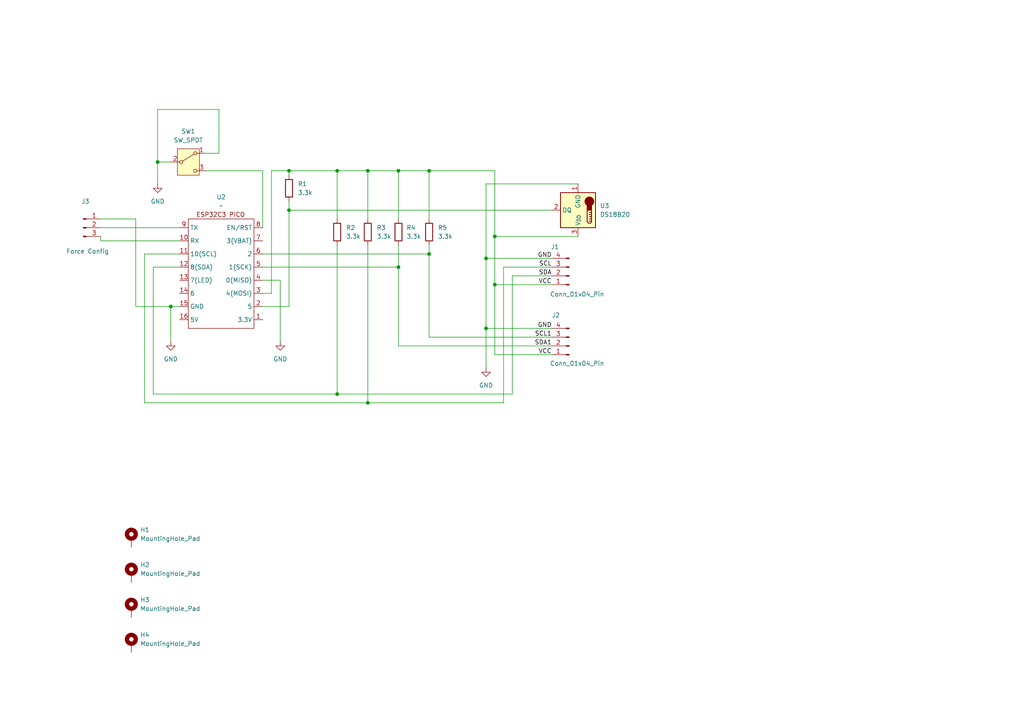
<source format=kicad_sch>
(kicad_sch (version 20250114) (generator "eeschema") (generator_version "9.0")
  (paper "A4")
  (lib_symbols
    (symbol "Connector:Conn_01x03_Pin" (pin_names (offset 1.016) (hide yes))
      (property "Reference" "J" (at 0 5.08 0))
      (property "Value" "Conn_01x03_Pin" (at 0 -5.08 0))
      (symbol "Conn_01x03_Pin_1_1"
        (rectangle (start 0.8636 2.667) (end 0 2.413) (stroke (width 0.1524)) (fill (type outline)))
        (rectangle (start 0.8636 0.127) (end 0 -0.127) (stroke (width 0.1524)) (fill (type outline)))
        (rectangle (start 0.8636 -2.413) (end 0 -2.667) (stroke (width 0.1524)) (fill (type outline)))
        (polyline (pts (xy 1.27 2.54) (xy 0.8636 2.54)) (stroke (width 0.1524)))
        (polyline (pts (xy 1.27 0) (xy 0.8636 0)) (stroke (width 0.1524)))
        (polyline (pts (xy 1.27 -2.54) (xy 0.8636 -2.54)) (stroke (width 0.1524)))
        (pin passive line (at 5.08 2.54 180) (length 3.81) (name "Pin_1") (number "1"))
        (pin passive line (at 5.08 0 180) (length 3.81) (name "Pin_2") (number "2"))
        (pin passive line (at 5.08 -2.54 180) (length 3.81) (name "Pin_3") (number "3"))
      )
    )
    (symbol "Connector:Conn_01x04_Pin" (pin_names (offset 1.016) (hide yes))
      (property "Reference" "J" (at 0 5.08 0))
      (property "Value" "Conn_01x04_Pin" (at 0 -7.62 0))
      (symbol "Conn_01x04_Pin_1_1"
        (rectangle (start 0.8636 2.667) (end 0 2.413) (stroke (width 0.1524)) (fill (type outline)))
        (rectangle (start 0.8636 0.127) (end 0 -0.127) (stroke (width 0.1524)) (fill (type outline)))
        (rectangle (start 0.8636 -2.413) (end 0 -2.667) (stroke (width 0.1524)) (fill (type outline)))
        (rectangle (start 0.8636 -4.953) (end 0 -5.207) (stroke (width 0.1524)) (fill (type outline)))
        (polyline (pts (xy 1.27 2.54) (xy 0.8636 2.54)) (stroke (width 0.1524)))
        (polyline (pts (xy 1.27 0) (xy 0.8636 0)) (stroke (width 0.1524)))
        (polyline (pts (xy 1.27 -2.54) (xy 0.8636 -2.54)) (stroke (width 0.1524)))
        (polyline (pts (xy 1.27 -5.08) (xy 0.8636 -5.08)) (stroke (width 0.1524)))
        (pin passive line (at 5.08 2.54 180) (length 3.81) (name "Pin_1") (number "1"))
        (pin passive line (at 5.08 0 180) (length 3.81) (name "Pin_2") (number "2"))
        (pin passive line (at 5.08 -2.54 180) (length 3.81) (name "Pin_3") (number "3"))
        (pin passive line (at 5.08 -5.08 180) (length 3.81) (name "Pin_4") (number "4"))
      )
    )
    (symbol "Device:R" (pin_numbers (hide yes)) (pin_names (offset 0))
      (property "Reference" "R" (at 2.032 0 90))
      (property "Value" "R" (at 0 0 90))
      (symbol "R_0_1"
        (rectangle (start -1.016 -2.54) (end 1.016 2.54) (stroke (width 0.254)))
      )
      (symbol "R_1_1"
        (pin passive line (at 0 3.81 270) (length 1.27) (name "~") (number "1"))
        (pin passive line (at 0 -3.81 90) (length 1.27) (name "~") (number "2"))
      )
    )
    (symbol "Mechanical:MountingHole_Pad" (pin_numbers (hide yes)) (pin_names (offset 1.016) (hide yes)) (exclude_from_sim yes) (in_bom no)
      (property "Reference" "H" (at 0 6.35 0))
      (property "Value" "MountingHole_Pad" (at 0 4.445 0))
      (symbol "MountingHole_Pad_0_1"
        (circle (center 0 1.27) (radius 1.27) (stroke (width 1.27)))
      )
      (symbol "MountingHole_Pad_1_1"
        (pin input line (at 0 -2.54 90) (length 2.54) (name "1") (number "1"))
      )
    )
    (symbol "Sensor_Temperature:DS18B20"
      (property "Reference" "U" (at -3.81 6.35 0))
      (property "Value" "DS18B20" (at 6.35 6.35 0))
      (symbol "DS18B20_0_1"
        (rectangle (start -5.08 5.08) (end 5.08 -5.08) (stroke (width 0.254)) (fill (type background)))
        (polyline (pts (xy -3.937 3.175) (xy -3.937 0)) (stroke (width 0.254)))
        (polyline (pts (xy -3.937 3.175) (xy -3.302 3.175)) (stroke (width 0.254)))
        (polyline (pts (xy -3.937 2.54) (xy -3.302 2.54)) (stroke (width 0.254)))
        (polyline (pts (xy -3.937 1.905) (xy -3.302 1.905)) (stroke (width 0.254)))
        (polyline (pts (xy -3.937 1.27) (xy -3.302 1.27)) (stroke (width 0.254)))
        (polyline (pts (xy -3.937 0.635) (xy -3.302 0.635)) (stroke (width 0.254)))
        (arc (start -3.937 3.175) (mid -3.302 3.8073) (end -2.667 3.175) (stroke (width 0.254)))
        (circle (center -3.302 -2.54) (radius 1.27) (stroke (width 0.254)) (fill (type outline)))
        (polyline (pts (xy -2.667 3.175) (xy -2.667 0)) (stroke (width 0.254)))
        (rectangle (start -2.667 -1.905) (end -3.937 0) (stroke (width 0.254)) (fill (type outline)))
      )
      (symbol "DS18B20_1_1"
        (pin power_in line (at 0 7.62 270) (length 2.54) (name "V_{DD}") (number "3"))
        (pin power_in line (at 0 -7.62 90) (length 2.54) (name "GND") (number "1"))
        (pin bidirectional line (at 7.62 0 180) (length 2.54) (name "DQ") (number "2"))
      )
    )
    (symbol "Switch:SW_SPDT" (pin_names (offset 0) (hide yes))
      (property "Reference" "SW" (at 0 5.08 0))
      (property "Value" "SW_SPDT" (at 0 -5.08 0))
      (symbol "SW_SPDT_0_1"
        (circle (center -2.032 0) (radius 0.4572))
        (polyline (pts (xy -1.651 0.254) (xy 1.651 2.286)))
        (circle (center 2.032 2.54) (radius 0.4572))
        (circle (center 2.032 -2.54) (radius 0.4572))
      )
      (symbol "SW_SPDT_1_1"
        (rectangle (start -3.175 3.81) (end 3.175 -3.81) (fill (type background)))
        (pin passive line (at -5.08 0 0) (length 2.54) (name "B") (number "2"))
        (pin passive line (at 5.08 2.54 180) (length 2.54) (name "A") (number "1"))
        (pin passive line (at 5.08 -2.54 180) (length 2.54) (name "C") (number "3"))
      )
    )
    (symbol "magnus:lolin-esp32c3-pico"
      (property "Reference" "U1" (at 0.254 21.082 0))
      (property "Value" "~" (at 5.715 20.32 0))
      (symbol "lolin-esp32c3-pico_0_1"
        (rectangle (start -3.81 16.51) (end 15.24 -15.24))
      )
      (symbol "lolin-esp32c3-pico_1_1"
        (text "ESP32C3 PICO" (at 5.588 17.78 0) (effects (font (size 1.27 1.27))))
        (pin bidirectional line (at -6.35 13.97 0) (length 2.54) (name "TX") (number "9"))
        (pin bidirectional line (at -6.35 10.16 0) (length 2.54) (name "RX") (number "10"))
        (pin bidirectional line (at -6.35 6.35 0) (length 2.54) (name "10(SCL)") (number "11"))
        (pin bidirectional line (at -6.35 2.54 0) (length 2.54) (name "8(SDA)") (number "12"))
        (pin bidirectional line (at -6.35 -1.27 0) (length 2.54) (name "7(LED)") (number "13"))
        (pin bidirectional line (at -6.35 -5.08 0) (length 2.54) (name "6") (number "14"))
        (pin power_in line (at -6.35 -8.89 0) (length 2.54) (name "GND") (number "15"))
        (pin power_in line (at -6.35 -12.7 0) (length 2.54) (name "5V") (number "16"))
        (pin bidirectional line (at 17.78 13.97 180) (length 2.54) (name "EN/RST") (number "8"))
        (pin bidirectional line (at 17.78 10.16 180) (length 2.54) (name "3(VBAT)") (number "7"))
        (pin bidirectional line (at 17.78 6.35 180) (length 2.54) (name "2") (number "6"))
        (pin bidirectional line (at 17.78 2.54 180) (length 2.54) (name "1(SCK)") (number "5"))
        (pin bidirectional line (at 17.78 -1.27 180) (length 2.54) (name "0(MISO)") (number "4"))
        (pin bidirectional line (at 17.78 -5.08 180) (length 2.54) (name "4(MOSI)") (number "3"))
        (pin bidirectional line (at 17.78 -8.89 180) (length 2.54) (name "5") (number "2"))
        (pin power_out line (at 17.78 -12.7 180) (length 2.54) (name "3.3V") (number "1"))
      )
    )
    (symbol "power:GND" (power) (pin_numbers (hide yes)) (pin_names (offset 0) (hide yes))
      (property "Value" "GND" (at 0 -3.81 0))
      (symbol "GND_0_1"
        (polyline (pts (xy 0 0) (xy 0 -1.27) (xy 1.27 -1.27) (xy 0 -2.54) (xy -1.27 -1.27) (xy 0 -1.27)))
      )
      (symbol "GND_1_1"
        (pin power_in line (at 0 0 270) (length 0) (name "~") (number "1"))
      )
    )
  )
  (junction (at 97.79 114.3))
  (junction (at 115.57 77.47))
  (junction (at 140.97 74.93))
  (junction (at 83.82 60.96))
  (junction (at 45.72 46.99))
  (junction (at 106.68 49.53))
  (junction (at 106.68 116.84))
  (junction (at 143.51 68.58))
  (junction (at 115.57 49.53))
  (junction (at 143.51 82.55))
  (junction (at 140.97 95.25))
  (junction (at 83.82 49.53))
  (junction (at 124.46 73.66))
  (junction (at 124.46 49.53))
  (junction (at 97.79 49.53))
  (junction (at 49.53 88.9))
  (wire (pts (xy 97.79 49.53) (xy 97.79 63.5)))
  (wire (pts (xy 97.79 114.3) (xy 148.59 114.3)))
  (wire (pts (xy 140.97 74.93) (xy 140.97 95.25)))
  (wire (pts (xy 115.57 77.47) (xy 115.57 100.33)))
  (wire (pts (xy 143.51 102.87) (xy 143.51 82.55)))
  (wire (pts (xy 76.2 49.53) (xy 76.2 66.04)))
  (wire (pts (xy 115.57 100.33) (xy 160.02 100.33)))
  (wire (pts (xy 45.72 31.75) (xy 45.72 46.99)))
  (wire (pts (xy 97.79 49.53) (xy 106.68 49.53)))
  (wire (pts (xy 39.37 88.9) (xy 49.53 88.9)))
  (wire (pts (xy 124.46 73.66) (xy 124.46 97.79)))
  (wire (pts (xy 29.21 63.5) (xy 39.37 63.5)))
  (wire (pts (xy 81.28 81.28) (xy 81.28 99.06)))
  (wire (pts (xy 160.02 82.55) (xy 143.51 82.55)))
  (wire (pts (xy 63.5 31.75) (xy 45.72 31.75)))
  (wire (pts (xy 106.68 49.53) (xy 106.68 63.5)))
  (wire (pts (xy 160.02 74.93) (xy 140.97 74.93)))
  (wire (pts (xy 143.51 49.53) (xy 143.51 68.58)))
  (wire (pts (xy 146.05 116.84) (xy 146.05 77.47)))
  (wire (pts (xy 124.46 49.53) (xy 124.46 63.5)))
  (wire (pts (xy 44.45 114.3) (xy 97.79 114.3)))
  (wire (pts (xy 124.46 49.53) (xy 143.51 49.53)))
  (wire (pts (xy 140.97 95.25) (xy 140.97 106.68)))
  (wire (pts (xy 49.53 88.9) (xy 52.07 88.9)))
  (wire (pts (xy 83.82 60.96) (xy 160.02 60.96)))
  (wire (pts (xy 83.82 58.42) (xy 83.82 60.96)))
  (wire (pts (xy 45.72 46.99) (xy 49.53 46.99)))
  (wire (pts (xy 29.21 69.85) (xy 52.07 69.85)))
  (wire (pts (xy 78.74 85.09) (xy 76.2 85.09)))
  (wire (pts (xy 44.45 77.47) (xy 44.45 114.3)))
  (wire (pts (xy 45.72 53.34) (xy 45.72 46.99)))
  (wire (pts (xy 148.59 80.01) (xy 160.02 80.01)))
  (wire (pts (xy 44.45 77.47) (xy 52.07 77.47)))
  (wire (pts (xy 115.57 49.53) (xy 115.57 63.5)))
  (wire (pts (xy 143.51 68.58) (xy 143.51 82.55)))
  (wire (pts (xy 41.91 116.84) (xy 41.91 73.66)))
  (wire (pts (xy 83.82 88.9) (xy 76.2 88.9)))
  (wire (pts (xy 160.02 102.87) (xy 143.51 102.87)))
  (wire (pts (xy 78.74 49.53) (xy 83.82 49.53)))
  (wire (pts (xy 76.2 73.66) (xy 124.46 73.66)))
  (wire (pts (xy 146.05 77.47) (xy 160.02 77.47)))
  (wire (pts (xy 124.46 71.12) (xy 124.46 73.66)))
  (wire (pts (xy 29.21 66.04) (xy 52.07 66.04)))
  (wire (pts (xy 83.82 49.53) (xy 97.79 49.53)))
  (wire (pts (xy 106.68 49.53) (xy 115.57 49.53)))
  (wire (pts (xy 148.59 114.3) (xy 148.59 80.01)))
  (wire (pts (xy 76.2 77.47) (xy 115.57 77.47)))
  (wire (pts (xy 63.5 44.45) (xy 63.5 31.75)))
  (wire (pts (xy 78.74 85.09) (xy 78.74 49.53)))
  (wire (pts (xy 49.53 88.9) (xy 49.53 99.06)))
  (wire (pts (xy 39.37 63.5) (xy 39.37 88.9)))
  (wire (pts (xy 140.97 53.34) (xy 167.64 53.34)))
  (wire (pts (xy 143.51 68.58) (xy 167.64 68.58)))
  (wire (pts (xy 41.91 116.84) (xy 106.68 116.84)))
  (wire (pts (xy 83.82 49.53) (xy 83.82 50.8)))
  (wire (pts (xy 124.46 97.79) (xy 160.02 97.79)))
  (wire (pts (xy 106.68 71.12) (xy 106.68 116.84)))
  (wire (pts (xy 59.69 44.45) (xy 63.5 44.45)))
  (wire (pts (xy 106.68 116.84) (xy 146.05 116.84)))
  (wire (pts (xy 76.2 81.28) (xy 81.28 81.28)))
  (wire (pts (xy 83.82 60.96) (xy 83.82 88.9)))
  (wire (pts (xy 97.79 71.12) (xy 97.79 114.3)))
  (wire (pts (xy 59.69 49.53) (xy 76.2 49.53)))
  (wire (pts (xy 29.21 69.85) (xy 29.21 68.58)))
  (wire (pts (xy 41.91 73.66) (xy 52.07 73.66)))
  (wire (pts (xy 160.02 95.25) (xy 140.97 95.25)))
  (wire (pts (xy 115.57 49.53) (xy 124.46 49.53)))
  (wire (pts (xy 115.57 71.12) (xy 115.57 77.47)))
  (wire (pts (xy 140.97 53.34) (xy 140.97 74.93)))
  (label "SDA1" (at 160.02 100.33 180))
  (label "SDA" (at 160.02 80.01 180))
  (label "GND" (at 160.02 95.25 180))
  (label "SCL1" (at 160.02 97.79 180))
  (label "VCC" (at 160.02 102.87 180))
  (label "GND" (at 160.02 74.93 180))
  (label "SCL" (at 160.02 77.47 180))
  (label "VCC" (at 160.02 82.55 180))
  (symbol (lib_id "power:GND") (at 81.28 99.06 0) (unit 1)
    (property "Reference" "#PWR5" (effects (hide yes)))
    (property "Value" "GND" (at 81.28 104.14 0))
    (property "Description" "Power symbol creates a global label with name \"GND\" , ground" (effects (hide yes)))
  )
  (symbol (lib_id "Sensor_Temperature:DS18B20") (at 167.64 60.96 180) (unit 1)
    (property "Reference" "U3" (at 173.99 59.6899 0) (effects (justify right)))
    (property "Value" "DS18B20" (at 173.99 62.2299 0) (effects (justify right)))
    (property "Footprint" "Package_TO_SOT_THT:TO-92L_Inline_Wide" (effects (hide yes)))
    (property "Datasheet" "http://datasheets.maximintegrated.com/en/ds/DS18B20.pdf" (effects (hide yes)))
    (property "Description" "Programmable Resolution 1-Wire Digital Thermometer TO-92" (effects (hide yes)))
  )
  (symbol (lib_id "Switch:SW_SPDT") (at 54.61 46.99 0) (unit 1)
    (property "Reference" "SW1" (at 54.61 38.1 0))
    (property "Value" "SW_SPDT" (at 54.61 40.64 0))
    (property "Footprint" "Connector_PinHeader_2.54mm:PinHeader_1x03_P2.54mm_Vertical" (effects (hide yes)))
    (property "Description" "Switch, single pole double throw" (effects (hide yes)))
  )
  (symbol (lib_id "Device:R") (at 124.46 67.31 0) (unit 1)
    (property "Reference" "R5" (at 127 66.0399 0) (effects (justify left)))
    (property "Value" "3.3k" (at 127 68.5799 0) (effects (justify left)))
    (property "Footprint" "Resistor_THT:R_Axial_DIN0204_L3.6mm_D1.6mm_P7.62mm_Horizontal" (effects (hide yes)))
    (property "Description" "Resistor" (effects (hide yes)))
  )
  (symbol (lib_id "Device:R") (at 97.79 67.31 0) (unit 1)
    (property "Reference" "R2" (at 100.33 66.0399 0) (effects (justify left)))
    (property "Value" "3.3k" (at 100.33 68.5799 0) (effects (justify left)))
    (property "Footprint" "Resistor_THT:R_Axial_DIN0204_L3.6mm_D1.6mm_P7.62mm_Horizontal" (effects (hide yes)))
    (property "Description" "Resistor" (effects (hide yes)))
  )
  (symbol (lib_id "power:GND") (at 45.72 53.34 0) (unit 1)
    (property "Reference" "#PWR03" (effects (hide yes)))
    (property "Value" "GND" (at 45.72 58.42 0))
    (property "Description" "Power symbol creates a global label with name \"GND\" , ground" (effects (hide yes)))
  )
  (symbol (lib_id "Device:R") (at 106.68 67.31 0) (unit 1)
    (property "Reference" "R3" (at 109.22 66.0399 0) (effects (justify left)))
    (property "Value" "3.3k" (at 109.22 68.5799 0) (effects (justify left)))
    (property "Footprint" "Resistor_THT:R_Axial_DIN0204_L3.6mm_D1.6mm_P7.62mm_Horizontal" (effects (hide yes)))
    (property "Description" "Resistor" (effects (hide yes)))
  )
  (symbol (lib_id "Connector:Conn_01x04_Pin") (at 165.1 100.33 180) (unit 1)
    (property "Reference" "J2" (at 160.02 91.44 0) (effects (justify right)))
    (property "Value" "Conn_01x04_Pin" (at 159.512 105.41 0) (effects (justify right)))
    (property "Footprint" "Connector_PinHeader_2.54mm:PinHeader_1x04_P2.54mm_Vertical" (effects (hide yes)))
    (property "Description" "Generic connector, single row, 01x04, script generated" (effects (hide yes)))
  )
  (symbol (lib_id "Mechanical:MountingHole_Pad") (at 38.1 156.21 0) (unit 1) (exclude_from_sim yes) (in_bom no)
    (property "Reference" "H1" (at 40.64 153.6699 0) (effects (justify left)))
    (property "Value" "MountingHole_Pad" (at 40.64 156.2099 0) (effects (justify left)))
    (property "Footprint" "MountingHole:MountingHole_2.2mm_M2_ISO7380_Pad" (effects (hide yes)))
    (property "Description" "Mounting Hole with connection" (effects (hide yes)))
  )
  (symbol (lib_id "magnus:lolin-esp32c3-pico") (at 58.42 80.01 0) (unit 1)
    (property "Reference" "U2" (at 64.135 57.15 0))
    (property "Value" "~" (at 64.135 59.69 0))
    (property "Footprint" "magnus:lolin-esp32c3-pico" (effects (hide yes)))
  )
  (symbol (lib_id "Connector:Conn_01x04_Pin") (at 165.1 80.01 180) (unit 1)
    (property "Reference" "J1" (at 159.766 71.628 0) (effects (justify right)))
    (property "Value" "Conn_01x04_Pin" (at 159.512 85.344 0) (effects (justify right)))
    (property "Footprint" "Connector_PinHeader_2.54mm:PinHeader_1x04_P2.54mm_Vertical" (effects (hide yes)))
    (property "Description" "Generic connector, single row, 01x04, script generated" (effects (hide yes)))
  )
  (symbol (lib_id "Mechanical:MountingHole_Pad") (at 38.1 176.53 0) (unit 1) (exclude_from_sim yes) (in_bom no)
    (property "Reference" "H3" (at 40.64 173.9899 0) (effects (justify left)))
    (property "Value" "MountingHole_Pad" (at 40.64 176.5299 0) (effects (justify left)))
    (property "Footprint" "MountingHole:MountingHole_2.2mm_M2_ISO7380_Pad" (effects (hide yes)))
    (property "Description" "Mounting Hole with connection" (effects (hide yes)))
  )
  (symbol (lib_id "Device:R") (at 115.57 67.31 0) (unit 1)
    (property "Reference" "R4" (at 117.856 66.04 0) (effects (justify left)))
    (property "Value" "3.3k" (at 117.856 68.58 0) (effects (justify left)))
    (property "Footprint" "Resistor_THT:R_Axial_DIN0204_L3.6mm_D1.6mm_P7.62mm_Horizontal" (effects (hide yes)))
    (property "Description" "Resistor" (effects (hide yes)))
  )
  (symbol (lib_id "power:GND") (at 140.97 106.68 0) (unit 1)
    (property "Reference" "#PWR1" (effects (hide yes)))
    (property "Value" "GND" (at 140.97 111.76 0))
    (property "Description" "Power symbol creates a global label with name \"GND\" , ground" (effects (hide yes)))
  )
  (symbol (lib_id "Mechanical:MountingHole_Pad") (at 38.1 166.37 0) (unit 1) (exclude_from_sim yes) (in_bom no)
    (property "Reference" "H2" (at 40.64 163.8299 0) (effects (justify left)))
    (property "Value" "MountingHole_Pad" (at 40.64 166.3699 0) (effects (justify left)))
    (property "Footprint" "MountingHole:MountingHole_2.2mm_M2_ISO7380_Pad" (effects (hide yes)))
    (property "Description" "Mounting Hole with connection" (effects (hide yes)))
  )
  (symbol (lib_id "Device:R") (at 83.82 54.61 0) (unit 1)
    (property "Reference" "R1" (at 86.36 53.3399 0) (effects (justify left)))
    (property "Value" "3.3k" (at 86.36 55.8799 0) (effects (justify left)))
    (property "Footprint" "Resistor_THT:R_Axial_DIN0204_L3.6mm_D1.6mm_P7.62mm_Horizontal" (effects (hide yes)))
    (property "Description" "Resistor" (effects (hide yes)))
  )
  (symbol (lib_id "power:GND") (at 49.53 99.06 0) (unit 1)
    (property "Reference" "#PWR2" (effects (hide yes)))
    (property "Value" "GND" (at 49.53 104.14 0))
    (property "Description" "Power symbol creates a global label with name \"GND\" , ground" (effects (hide yes)))
  )
  (symbol (lib_id "Connector:Conn_01x03_Pin") (at 24.13 66.04 0) (unit 1)
    (property "Reference" "J3" (at 24.765 58.42 0))
    (property "Value" "Force Config" (at 25.4 72.898 0))
    (property "Footprint" "Connector_PinHeader_2.54mm:PinHeader_1x03_P2.54mm_Vertical" (effects (hide yes)))
    (property "Description" "Generic connector, single row, 01x03, script generated" (effects (hide yes)))
  )
  (symbol (lib_id "Mechanical:MountingHole_Pad") (at 38.1 186.69 0) (unit 1) (exclude_from_sim yes) (in_bom no)
    (property "Reference" "H4" (at 40.64 184.1499 0) (effects (justify left)))
    (property "Value" "MountingHole_Pad" (at 40.64 186.6899 0) (effects (justify left)))
    (property "Footprint" "MountingHole:MountingHole_2.2mm_M2_ISO7380_Pad" (effects (hide yes)))
    (property "Description" "Mounting Hole with connection" (effects (hide yes)))
  )
)
</source>
